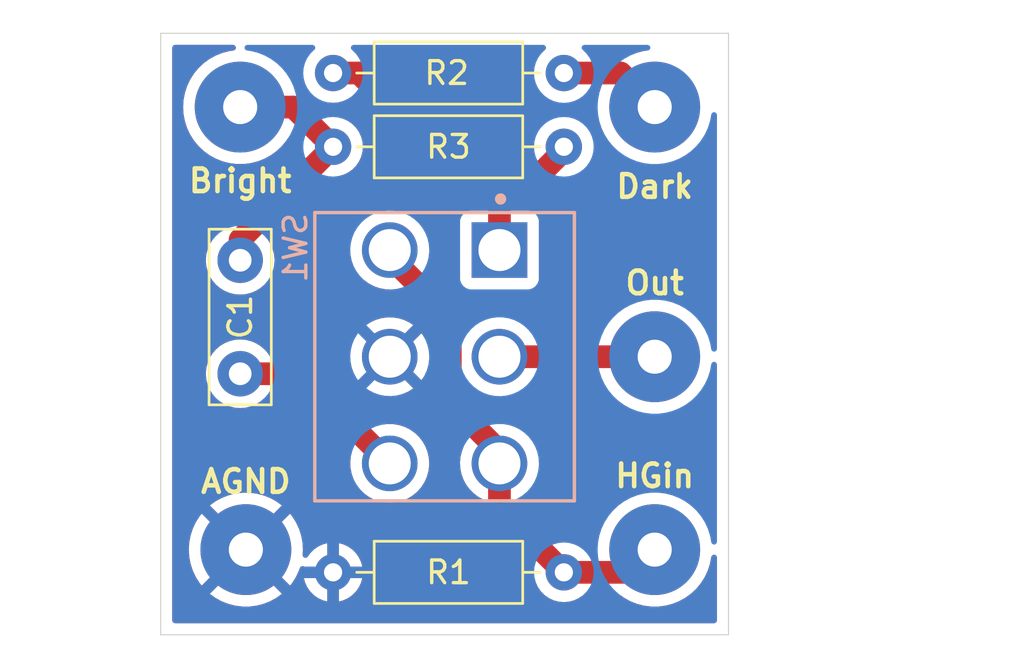
<source format=kicad_pcb>
(kicad_pcb (version 20211014) (generator pcbnew)
  (layers (0 "F.Cu" signal) (31 "B.Cu" signal) (34 "B.Paste" user) (35 "F.Paste" user) (36 "B.SilkS" user "B.Silkscreen") (37 "F.SilkS" user "F.Silkscreen") (38 "B.Mask" user) (39 "F.Mask" user) (44 "Edge.Cuts" user))
  (net 0 "")
  (net 1 "Net-(C1-Pad1)")
  (net 2 "Net-(C1-Pad2)")
  (net 3 "Net-(J1-Pad1)")
  (net 4 "Net-(J4-Pad1)")
  (net 5 "AGND")
  (net 6 "Net-(J2-Pad1)")
  (footprint "Capacitor_THT:C_Disc_D7.5mm_W2.5mm_P5.00mm" (layer "F.Cu") (at 144.5 95.5 -90)
    (fp_text reference "C1" (at 2.5 0 90) (layer "F.SilkS"))
    (fp_text value "220p")
    (fp_line (start -1.37 1.37) (end 6.37 1.37) (layer "F.SilkS") (width 0.12))
    (fp_line (start -1.37 -1.37) (end -1.37 1.37) (layer "F.SilkS") (width 0.12))
    (fp_line (start -1.37 -1.37) (end 6.37 -1.37) (layer "F.SilkS") (width 0.12))
    (fp_line (start 6.37 -1.37) (end 6.37 1.37) (layer "F.SilkS") (width 0.12))
    (pad "1" thru_hole circle locked (at 0 0 270) (size 2 2) (drill 1) (layers *.Cu *.Mask) (net 1 "Net-(C1-Pad1)"))
    (pad "2" thru_hole circle locked (at 5 0 270) (size 2 2) (drill 1) (layers *.Cu *.Mask) (net 2 "Net-(C1-Pad2)"))
  )
  (footprint "Resistor_THT:R_Axial_DIN0207_L6.3mm_D2.5mm_P10.16mm_Horizontal" (layer "F.Cu") (at 158.75 109.25 180)
    (fp_text reference "R1" (at 5.08 0) (layer "F.SilkS"))
    (fp_text value "470k")
    (fp_line (start 1.04 0) (end 1.81 0) (layer "F.SilkS") (width 0.12))
    (fp_line (start 1.81 1.37) (end 8.35 1.37) (layer "F.SilkS") (width 0.12))
    (fp_line (start 1.81 -1.37) (end 1.81 1.37) (layer "F.SilkS") (width 0.12))
    (fp_line (start 8.35 -1.37) (end 1.81 -1.37) (layer "F.SilkS") (width 0.12))
    (fp_line (start 8.35 1.37) (end 8.35 -1.37) (layer "F.SilkS") (width 0.12))
    (fp_line (start 9.12 0) (end 8.35 0) (layer "F.SilkS") (width 0.12))
    (pad "1" thru_hole circle locked (at 0 0 180) (size 1.6 1.6) (drill 0.8) (layers *.Cu *.Mask) (net 3 "Net-(J1-Pad1)"))
    (pad "2" thru_hole oval locked (at 10.16 0 180) (size 1.6 1.6) (drill 0.8) (layers *.Cu *.Mask) (net 5 "AGND"))
  )
  (footprint "Resistor_THT:R_Axial_DIN0207_L6.3mm_D2.5mm_P10.16mm_Horizontal" (layer "F.Cu") (at 158.75 87.25 180)
    (fp_text reference "R2" (at 5.16 0) (layer "F.SilkS"))
    (fp_text value "470k")
    (fp_line (start 1.81 -1.37) (end 1.81 1.37) (layer "F.SilkS") (width 0.12))
    (fp_line (start 8.35 1.37) (end 8.35 -1.37) (layer "F.SilkS") (width 0.12))
    (fp_line (start 8.35 -1.37) (end 1.81 -1.37) (layer "F.SilkS") (width 0.12))
    (fp_line (start 1.81 1.37) (end 8.35 1.37) (layer "F.SilkS") (width 0.12))
    (fp_line (start 9.12 0) (end 8.35 0) (layer "F.SilkS") (width 0.12))
    (fp_line (start 1.04 0) (end 1.81 0) (layer "F.SilkS") (width 0.12))
    (pad "1" thru_hole circle locked (at 0 0 180) (size 1.6 1.6) (drill 0.8) (layers *.Cu *.Mask) (net 4 "Net-(J4-Pad1)"))
    (pad "2" thru_hole oval locked (at 10.16 0 180) (size 1.6 1.6) (drill 0.8) (layers *.Cu *.Mask) (net 2 "Net-(C1-Pad2)"))
  )
  (footprint "Resistor_THT:R_Axial_DIN0207_L6.3mm_D2.5mm_P10.16mm_Horizontal" (layer "F.Cu") (at 148.59 90.5)
    (fp_text reference "R3" (at 5.08 0) (layer "F.SilkS"))
    (fp_text value "470k")
    (fp_line (start 1.81 -1.37) (end 1.81 1.37) (layer "F.SilkS") (width 0.12))
    (fp_line (start 8.35 1.37) (end 8.35 -1.37) (layer "F.SilkS") (width 0.12))
    (fp_line (start 1.81 1.37) (end 8.35 1.37) (layer "F.SilkS") (width 0.12))
    (fp_line (start 9.12 0) (end 8.35 0) (layer "F.SilkS") (width 0.12))
    (fp_line (start 1.04 0) (end 1.81 0) (layer "F.SilkS") (width 0.12))
    (fp_line (start 8.35 -1.37) (end 1.81 -1.37) (layer "F.SilkS") (width 0.12))
    (pad "1" thru_hole circle locked (at 0 0) (size 1.6 1.6) (drill 0.8) (layers *.Cu *.Mask) (net 1 "Net-(C1-Pad1)"))
    (pad "2" thru_hole oval locked (at 10.16 0) (size 1.6 1.6) (drill 0.8) (layers *.Cu *.Mask) (net 2 "Net-(C1-Pad2)"))
  )
  (footprint "Connector_Wire:SolderWirePad_1x01_Drill1.5mm" (layer "F.Cu") (at 144.75 108.25)
    (fp_text reference "J3" hide)
    (fp_text value "Conn_01x01_Male")
    (pad "1" thru_hole circle locked (at 0 0) (size 4.0005 4.0005) (drill 1.50114) (layers *.Cu *.Mask) (net 5 "AGND"))
  )
  (footprint "Connector_Wire:SolderWirePad_1x01_Drill1.5mm" (layer "F.Cu") (at 144.5 88.75 180)
    (fp_text reference "J5" hide)
    (fp_text value "Conn_01x01_Male")
    (pad "1" thru_hole circle locked (at 0 0 180) (size 4.0005 4.0005) (drill 1.50114) (layers *.Cu *.Mask) (net 1 "Net-(C1-Pad1)"))
  )
  (footprint "Connector_Wire:SolderWirePad_1x01_Drill1.5mm" (layer "F.Cu") (at 162.75 108.25)
    (fp_text reference "J1" hide)
    (fp_text value "Conn_01x01_Male")
    (pad "1" thru_hole circle locked (at 0 0) (size 4.0005 4.0005) (drill 1.50114) (layers *.Cu *.Mask) (net 3 "Net-(J1-Pad1)"))
  )
  (footprint "Connector_Wire:SolderWirePad_1x01_Drill1.5mm" (layer "F.Cu") (at 162.75 99.75 180)
    (fp_text reference "J2" hide)
    (fp_text value "Conn_01x01_Male")
    (pad "1" thru_hole circle locked (at 0 0 180) (size 4.0005 4.0005) (drill 1.50114) (layers *.Cu *.Mask) (net 6 "Net-(J2-Pad1)"))
  )
  (footprint "Connector_Wire:SolderWirePad_1x01_Drill1.5mm" (layer "F.Cu") (at 162.75 88.75 180)
    (fp_text reference "J4" hide)
    (fp_text value "Conn_01x01_Male")
    (pad "1" thru_hole circle locked (at 0 0 180) (size 4.0005 4.0005) (drill 1.50114) (layers *.Cu *.Mask) (net 4 "Net-(J4-Pad1)"))
  )
  (footprint "eec:E-Switch-100DP1T1B1M2QEH-0" (layer "B.Cu") (at 153.5 99.75 -90)
    (fp_text reference "SW1" (at -6.425 6.565 90) (layer "B.SilkS") (effects (justify left mirror)))
    (fp_text value "100DP1T1B1M2QEH" hide)
    (fp_line (start 6.35 5.715) (end 6.35 -5.715) (layer "B.SilkS") (width 0.15))
    (fp_line (start -6.35 5.715) (end 6.35 5.715) (layer "B.SilkS") (width 0.15))
    (fp_line (start 6.35 -5.715) (end -6.35 -5.715) (layer "B.SilkS") (width 0.15))
    (fp_line (start -6.35 -5.715) (end -6.35 5.715) (layer "B.SilkS") (width 0.15))
    (fp_circle (center -6.95 -2.465) (end -6.825 -2.465) (layer "B.SilkS") (width 0.25) (fill none))
    (pad "1" thru_hole rect locked (at -4.7 -2.415 270) (size 2.45 2.45) (drill 1.85) (layers *.Cu *.Mask) (net 2 "Net-(C1-Pad2)"))
    (pad "2" thru_hole circle locked (at 0 -2.415 270) (size 2.45 2.45) (drill 1.85) (layers *.Cu *.Mask) (net 6 "Net-(J2-Pad1)"))
    (pad "3" thru_hole circle locked (at 4.7 -2.415 270) (size 2.45 2.45) (drill 1.85) (layers *.Cu *.Mask) (net 3 "Net-(J1-Pad1)"))
    (pad "4" thru_hole circle locked (at -4.7 2.415 270) (size 2.45 2.45) (drill 1.85) (layers *.Cu *.Mask) (net 3 "Net-(J1-Pad1)"))
    (pad "5" thru_hole circle locked (at 0 2.415 270) (size 2.45 2.45) (drill 1.85) (layers *.Cu *.Mask) (net 5 "AGND"))
    (pad "6" thru_hole circle locked (at 4.7 2.415 270) (size 2.45 2.45) (drill 1.85) (layers *.Cu *.Mask) (net 2 "Net-(C1-Pad2)"))
  )
  (gr_line (start 166 112) (end 166 85.5) (layer "Edge.Cuts") (width 0.05))
  (gr_line (start 141 112) (end 166 112) (layer "Edge.Cuts") (width 0.05))
  (gr_line (start 166 85.5) (end 141 85.5) (layer "Edge.Cuts") (width 0.05))
  (gr_line (start 141 85.5) (end 141 112) (layer "Edge.Cuts") (width 0.05))
  (gr_text "AGND" (at 144.75 105.25) (layer "F.SilkS") (effects (font (size 1 1) (thickness 0.2))))
  (gr_text "Out" (at 162.75 96.5) (layer "F.SilkS") (effects (font (size 1 1) (thickness 0.2))))
  (gr_text "HGin" (at 162.75 105) (layer "F.SilkS") (effects (font (size 1 1) (thickness 0.2))))
  (gr_text "Dark" (at 162.75 92.25) (layer "F.SilkS") (effects (font (size 1 1) (thickness 0.2))))
  (gr_text "Bright" (at 144.5 92) (layer "F.SilkS") (effects (font (size 1 1) (thickness 0.2))))
  (segment (start 144.5 88.75) (end 146.84 88.75) (width 1) (layer "F.Cu") (net 1))
  (segment (start 146.84 88.75) (end 148.59 90.5) (width 1) (layer "F.Cu") (net 1))
  (segment (start 144.5 95.5) (end 144.5 94.59) (width 1) (layer "F.Cu") (net 1))
  (segment (start 144.5 94.59) (end 148.59 90.5) (width 1) (layer "F.Cu") (net 1))
  (segment (start 154.5 92.02863) (end 154.5 92.25) (width 1) (layer "F.Cu") (net 2))
  (segment (start 148.59 87.25) (end 149.72137 87.25) (width 1) (layer "F.Cu") (net 2))
  (segment (start 148.75 94) (end 150.5 92.25) (width 1) (layer "F.Cu") (net 2))
  (segment (start 157.16 92.25) (end 158.91 90.5) (width 1) (layer "F.Cu") (net 2))
  (segment (start 156 92.25) (end 157.16 92.25) (width 1) (layer "F.Cu") (net 2))
  (segment (start 145.914213 100.5) (end 148.75 100.5) (width 1) (layer "F.Cu") (net 2))
  (segment (start 149.72137 87.25) (end 154.5 92.02863) (width 1) (layer "F.Cu") (net 2))
  (segment (start 148.75 100.5) (end 148.75 94) (width 1) (layer "F.Cu") (net 2))
  (segment (start 155.915 95.05) (end 155.915 92.825) (width 1) (layer "F.Cu") (net 2))
  (segment (start 144.5 100.5) (end 145.914213 100.5) (width 1) (layer "F.Cu") (net 2))
  (segment (start 150.5 92.25) (end 154.5 92.25) (width 1) (layer "F.Cu") (net 2))
  (segment (start 148.75 102.115) (end 148.75 100.5) (width 1) (layer "F.Cu") (net 2))
  (segment (start 155.915 92.825) (end 156 92.74) (width 1) (layer "F.Cu") (net 2))
  (segment (start 156 92.74) (end 156 92.25) (width 1) (layer "F.Cu") (net 2))
  (segment (start 154.5 92.25) (end 156 92.25) (width 1) (layer "F.Cu") (net 2))
  (segment (start 151.085 104.45) (end 148.75 102.115) (width 1) (layer "F.Cu") (net 2))
  (segment (start 151.085 95.05) (end 151.085 95.335) (width 1) (layer "F.Cu") (net 3))
  (segment (start 155.915 104.45) (end 155.915 106.415) (width 1) (layer "F.Cu") (net 3))
  (segment (start 155.915 103.915) (end 155.915 104.45) (width 1) (layer "F.Cu") (net 3))
  (segment (start 158.75 109.25) (end 161.75 109.25) (width 1) (layer "F.Cu") (net 3))
  (segment (start 151.085 95.335) (end 153.75 98) (width 1) (layer "F.Cu") (net 3))
  (segment (start 153.75 101.75) (end 155.915 103.915) (width 1) (layer "F.Cu") (net 3))
  (segment (start 153.75 98) (end 153.75 101.75) (width 1) (layer "F.Cu") (net 3))
  (segment (start 155.915 106.415) (end 158.75 109.25) (width 1) (layer "F.Cu") (net 3))
  (segment (start 161.75 109.25) (end 162.75 108.25) (width 1) (layer "F.Cu") (net 3))
  (segment (start 161.25 87.25) (end 162.75 88.75) (width 1) (layer "F.Cu") (net 4))
  (segment (start 158.75 87.25) (end 161.25 87.25) (width 1) (layer "F.Cu") (net 4))
  (segment (start 162.75 99.75) (end 155.915 99.75) (width 1) (layer "F.Cu") (net 6))
  (zone (net 5) (net_name "AGND") (layers F&B.Cu) (connect_pads (clearance 0.508)) (min_thickness 0.254) (fill yes (thermal_gap 0.508) (thermal_bridge_width 0.508))
    (polygon (pts (xy 166 112) (xy 141 112) (xy 141 85.5) (xy 166 85.5)))
  )
)
</source>
